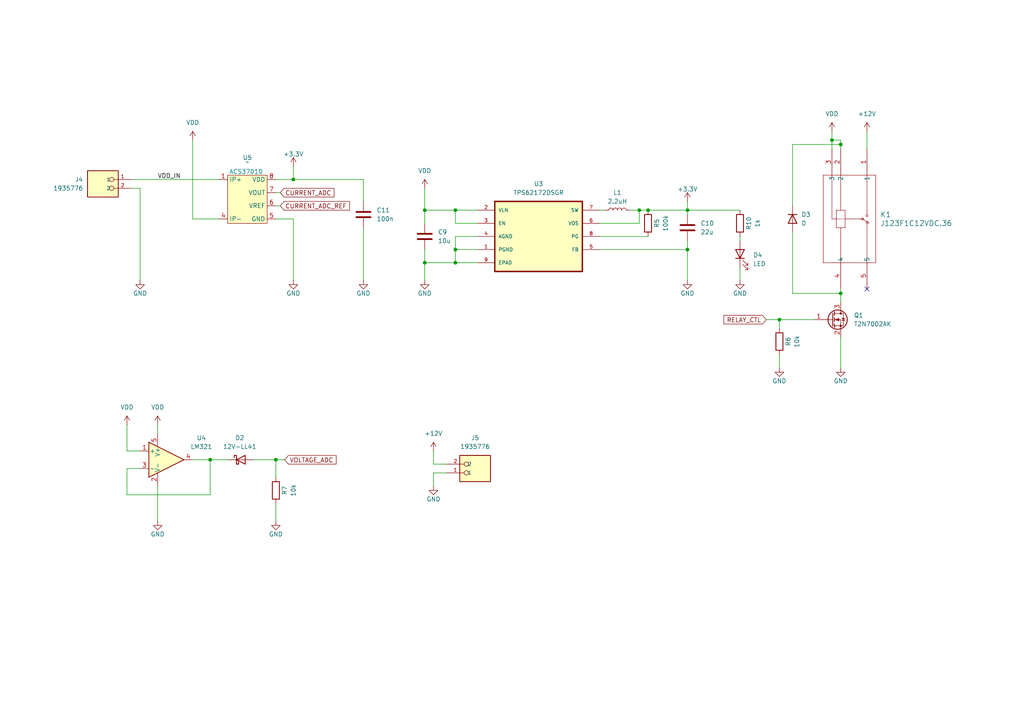
<source format=kicad_sch>
(kicad_sch (version 20231120) (generator "eeschema") (generator_version "8.0")
  (paper "A4")
  (lib_symbols
    (symbol "1935776:1935776" (pin_names (offset 1.016))
      (property "Reference" "J" (at -2.54 3.302 0))
      (property "Value" "1935776" (at -2.54 -7.62 0))
      (symbol "1935776_0_0"
        (rectangle (start -3.81 -5.08) (end 5.08 2.54) (stroke (width 0.254)) (fill (type background)))
        (circle (center -1.905 -2.54) (radius 0.635) (stroke (width 0.1524)))
        (circle (center -1.905 0) (radius 0.635) (stroke (width 0.1524)))
        (pin passive line (at -7.62 0 0) (length 5.08) (name "1") (number "1"))
        (pin passive line (at -7.62 -2.54 0) (length 5.08) (name "2") (number "2"))
      )
    )
    (symbol "Amplifier_Operational:LM321" (pin_names (offset 0.127))
      (property "Reference" "U" (at 0 7.62 0))
      (property "Value" "LM321" (at 0 5.08 0))
      (symbol "LM321_0_1"
        (polyline (pts (xy -5.08 5.08) (xy 5.08 0) (xy -5.08 -5.08) (xy -5.08 5.08)) (stroke (width 0.254)) (fill (type background)))
      )
      (symbol "LM321_1_1"
        (pin input line (at -7.62 2.54 0) (length 2.54) (name "+") (number "1"))
        (pin power_in line (at -2.54 -7.62 90) (length 3.81) (name "V-") (number "2"))
        (pin input line (at -7.62 -2.54 0) (length 2.54) (name "-") (number "3"))
        (pin output line (at 7.62 0 180) (length 2.54) (name "~") (number "4"))
        (pin power_in line (at -2.54 7.62 270) (length 3.81) (name "V+") (number "5"))
      )
    )
    (symbol "Device:C" (pin_numbers hide) (pin_names (offset 0.254))
      (property "Reference" "C" (at 0.635 2.54 0))
      (property "Value" "C" (at 0.635 -2.54 0))
      (symbol "C_0_1"
        (polyline (pts (xy -2.032 -0.762) (xy 2.032 -0.762)) (stroke (width 0.508)))
        (polyline (pts (xy -2.032 0.762) (xy 2.032 0.762)) (stroke (width 0.508)))
      )
      (symbol "C_1_1"
        (pin passive line (at 0 3.81 270) (length 2.794) (name "~") (number "1"))
        (pin passive line (at 0 -3.81 90) (length 2.794) (name "~") (number "2"))
      )
    )
    (symbol "Device:D" (pin_numbers hide) (pin_names (offset 1.016) hide)
      (property "Reference" "D" (at 0 2.54 0))
      (property "Value" "D" (at 0 -2.54 0))
      (symbol "D_0_1"
        (polyline (pts (xy -1.27 1.27) (xy -1.27 -1.27)) (stroke (width 0.254)))
        (polyline (pts (xy 1.27 0) (xy -1.27 0)))
        (polyline (pts (xy 1.27 1.27) (xy 1.27 -1.27) (xy -1.27 0) (xy 1.27 1.27)) (stroke (width 0.254)))
      )
      (symbol "D_1_1"
        (pin passive line (at -3.81 0 0) (length 2.54) (name "K") (number "1"))
        (pin passive line (at 3.81 0 180) (length 2.54) (name "A") (number "2"))
      )
    )
    (symbol "Device:L" (pin_numbers hide) (pin_names (offset 1.016) hide)
      (property "Reference" "L" (at -1.27 0 90))
      (property "Value" "L" (at 1.905 0 90))
      (symbol "L_0_1"
        (arc (start 0 -2.54) (mid 0.6323 -1.905) (end 0 -1.27))
        (arc (start 0 -1.27) (mid 0.6323 -0.635) (end 0 0))
        (arc (start 0 0) (mid 0.6323 0.635) (end 0 1.27))
        (arc (start 0 1.27) (mid 0.6323 1.905) (end 0 2.54))
      )
      (symbol "L_1_1"
        (pin passive line (at 0 3.81 270) (length 1.27) (name "1") (number "1"))
        (pin passive line (at 0 -3.81 90) (length 1.27) (name "2") (number "2"))
      )
    )
    (symbol "Device:LED" (pin_numbers hide) (pin_names (offset 1.016) hide)
      (property "Reference" "D" (at 0 2.54 0))
      (property "Value" "LED" (at 0 -2.54 0))
      (symbol "LED_0_1"
        (polyline (pts (xy -1.27 -1.27) (xy -1.27 1.27)) (stroke (width 0.254)))
        (polyline (pts (xy -1.27 0) (xy 1.27 0)))
        (polyline (pts (xy 1.27 -1.27) (xy 1.27 1.27) (xy -1.27 0) (xy 1.27 -1.27)) (stroke (width 0.254)))
        (polyline (pts (xy -3.048 -0.762) (xy -4.572 -2.286) (xy -3.81 -2.286) (xy -4.572 -2.286) (xy -4.572 -1.524)))
        (polyline (pts (xy -1.778 -0.762) (xy -3.302 -2.286) (xy -2.54 -2.286) (xy -3.302 -2.286) (xy -3.302 -1.524)))
      )
      (symbol "LED_1_1"
        (pin passive line (at -3.81 0 0) (length 2.54) (name "K") (number "1"))
        (pin passive line (at 3.81 0 180) (length 2.54) (name "A") (number "2"))
      )
    )
    (symbol "Device:R" (pin_numbers hide) (pin_names (offset 0))
      (property "Reference" "R" (at 2.032 0 90))
      (property "Value" "R" (at 0 0 90))
      (symbol "R_0_1"
        (rectangle (start -1.016 -2.54) (end 1.016 2.54) (stroke (width 0.254)))
      )
      (symbol "R_1_1"
        (pin passive line (at 0 3.81 270) (length 1.27) (name "~") (number "1"))
        (pin passive line (at 0 -3.81 90) (length 1.27) (name "~") (number "2"))
      )
    )
    (symbol "Diode:LL41" (pin_numbers hide) (pin_names (offset 1.016) hide)
      (property "Reference" "D" (at 0 2.54 0))
      (property "Value" "LL41" (at 0 -2.54 0))
      (symbol "LL41_0_1"
        (polyline (pts (xy 1.27 0) (xy -1.27 0)))
        (polyline (pts (xy 1.27 1.27) (xy 1.27 -1.27) (xy -1.27 0) (xy 1.27 1.27)) (stroke (width 0.254)))
        (polyline (pts (xy -1.905 0.635) (xy -1.905 1.27) (xy -1.27 1.27) (xy -1.27 -1.27) (xy -0.635 -1.27) (xy -0.635 -0.635)) (stroke (width 0.254)))
      )
      (symbol "LL41_1_1"
        (pin passive line (at -3.81 0 0) (length 2.54) (name "K") (number "1"))
        (pin passive line (at 3.81 0 180) (length 2.54) (name "A") (number "2"))
      )
    )
    (symbol "J123F1C12VDC:J123F1C12VDC.36" (pin_names (offset 0.254))
      (property "Reference" "K" (at 20.32 7.62 0))
      (property "Value" "J123F1C12VDC.36" (at 20.32 5.08 0))
      (symbol "J123F1C12VDC.36_0_1"
        (polyline (pts (xy 7.62 -12.7) (xy 33.02 -12.7)) (stroke (width 0.127)))
        (polyline (pts (xy 7.62 -10.16) (xy 20.32 -10.16)) (stroke (width 0.127)))
        (polyline (pts (xy 7.62 -7.62) (xy 17.78 -7.62)) (stroke (width 0.127)))
        (polyline (pts (xy 7.62 0) (xy 17.78 0)) (stroke (width 0.127)))
        (polyline (pts (xy 7.62 2.54) (xy 7.62 -12.7)) (stroke (width 0.127)))
        (polyline (pts (xy 17.78 -8.89) (xy 22.86 -8.89)) (stroke (width 0.127)))
        (polyline (pts (xy 17.78 -6.35) (xy 17.78 -8.89)) (stroke (width 0.127)))
        (polyline (pts (xy 17.78 0) (xy 19.05 0)) (stroke (width 0.127)))
        (polyline (pts (xy 20.32 -8.89) (xy 20.32 -10.16)) (stroke (width 0.127)))
        (polyline (pts (xy 20.32 -8.5725) (xy 20.32 -8.89)) (stroke (width 0.127)))
        (polyline (pts (xy 20.32 -7.9375) (xy 20.32 -8.255)) (stroke (width 0.127)))
        (polyline (pts (xy 20.32 -7.3025) (xy 20.32 -7.62)) (stroke (width 0.127)))
        (polyline (pts (xy 20.32 -6.6675) (xy 20.32 -6.985)) (stroke (width 0.127)))
        (polyline (pts (xy 20.32 -6.35) (xy 20.32 -1.27)) (stroke (width 0.127)))
        (polyline (pts (xy 20.32 -1.27) (xy 21.59 0.635)) (stroke (width 0.127)))
        (polyline (pts (xy 21.59 0) (xy 22.86 0)) (stroke (width 0.127)))
        (polyline (pts (xy 22.86 -8.89) (xy 22.86 -6.35)) (stroke (width 0.127)))
        (polyline (pts (xy 22.86 -7.62) (xy 33.02 -7.62)) (stroke (width 0.127)))
        (polyline (pts (xy 22.86 -6.35) (xy 17.78 -6.35)) (stroke (width 0.127)))
        (polyline (pts (xy 22.86 0) (xy 33.02 0)) (stroke (width 0.127)))
        (polyline (pts (xy 33.02 -12.7) (xy 33.02 2.54)) (stroke (width 0.127)))
        (polyline (pts (xy 33.02 2.54) (xy 7.62 2.54)) (stroke (width 0.127)))
        (circle (center 19.3675 0) (radius 0.3048) (stroke (width 0.127)))
        (circle (center 20.32 -1.27) (radius 0.3048) (stroke (width 0.127)))
        (circle (center 21.2725 0) (radius 0.3048) (stroke (width 0.127)))
        (arc (start 21.5773 0) (mid 21.488 0.2155) (end 21.2725 0.3048) (stroke (width 0.127)))
        (pin unspecified line (at 0 0 0) (length 7.62) (name "1") (number "1"))
        (pin unspecified line (at 0 -7.62 0) (length 7.62) (name "2") (number "2"))
        (pin unspecified line (at 0 -10.16 0) (length 7.62) (name "3") (number "3"))
        (pin unspecified line (at 40.64 -7.62 180) (length 7.62) (name "4") (number "4"))
        (pin unspecified line (at 40.64 0 180) (length 7.62) (name "5") (number "5"))
      )
    )
    (symbol "TPS62172DSGR:TPS62172DSGR" (pin_names (offset 1.016))
      (property "Reference" "U3" (at 0 25.4 0))
      (property "Value" "TPS62172DSGR" (at 0 22.86 0))
      (symbol "TPS62172DSGR_0_0"
        (rectangle (start -12.7 20.32) (end 12.7 0) (stroke (width 0.41)) (fill (type background)))
        (pin power_in line (at -17.78 6.35 0) (length 5.08) (name "PGND") (number "1"))
        (pin bidirectional line (at -17.78 17.78 0) (length 5.08) (name "VLN") (number "2"))
        (pin bidirectional line (at -17.78 13.97 0) (length 5.08) (name "EN") (number "3"))
        (pin power_in line (at -17.78 10.16 0) (length 5.08) (name "AGND") (number "4"))
        (pin bidirectional line (at 17.78 6.35 180) (length 5.08) (name "FB") (number "5"))
        (pin bidirectional line (at 17.78 13.97 180) (length 5.08) (name "VOS") (number "6"))
        (pin bidirectional line (at 17.78 17.78 180) (length 5.08) (name "SW") (number "7"))
        (pin bidirectional line (at 17.78 10.16 180) (length 5.08) (name "PG") (number "8"))
        (pin power_in line (at -17.78 2.54 0) (length 5.08) (name "EPAD") (number "9"))
      )
    )
    (symbol "Transistor_FET:T2N7002AK" (pin_names hide)
      (property "Reference" "Q" (at 5.08 1.905 0))
      (property "Value" "T2N7002AK" (at 5.08 0 0))
      (symbol "T2N7002AK_0_1"
        (polyline (pts (xy 0.254 0) (xy -2.54 0)))
        (polyline (pts (xy 0.254 1.905) (xy 0.254 -1.905)) (stroke (width 0.254)))
        (polyline (pts (xy 0.762 -1.27) (xy 0.762 -2.286)) (stroke (width 0.254)))
        (polyline (pts (xy 0.762 0.508) (xy 0.762 -0.508)) (stroke (width 0.254)))
        (polyline (pts (xy 0.762 2.286) (xy 0.762 1.27)) (stroke (width 0.254)))
        (polyline (pts (xy 2.54 2.54) (xy 2.54 1.778)))
        (polyline (pts (xy 2.54 -2.54) (xy 2.54 0) (xy 0.762 0)))
        (polyline (pts (xy 0.762 -1.778) (xy 3.302 -1.778) (xy 3.302 1.778) (xy 0.762 1.778)))
        (polyline (pts (xy 1.016 0) (xy 2.032 0.381) (xy 2.032 -0.381) (xy 1.016 0)) (fill (type outline)))
        (polyline (pts (xy 2.794 0.508) (xy 2.921 0.381) (xy 3.683 0.381) (xy 3.81 0.254)))
        (polyline (pts (xy 3.302 0.381) (xy 2.921 -0.254) (xy 3.683 -0.254) (xy 3.302 0.381)))
        (circle (center 1.651 0) (radius 2.794) (stroke (width 0.254)))
        (circle (center 2.54 -1.778) (radius 0.254) (fill (type outline)))
        (circle (center 2.54 1.778) (radius 0.254) (fill (type outline)))
      )
      (symbol "T2N7002AK_1_1"
        (pin input line (at -5.08 0 0) (length 2.54) (name "G") (number "1"))
        (pin passive line (at 2.54 -5.08 90) (length 2.54) (name "S") (number "2"))
        (pin passive line (at 2.54 5.08 270) (length 2.54) (name "D") (number "3"))
      )
    )
    (symbol "current_sens:ACS37010"
      (property "Reference" "U" (at -4.318 9.398 0))
      (symbol "ACS37010_1_1"
        (rectangle (start -5.08 6.35) (end 6.35 -7.62) (fill (type background)))
        (text "ACS37010" (at 0.254 7.366 0) (effects (font (size 1.27 1.27))))
        (pin bidirectional line (at -7.62 5.08 0) (length 2.54) (name "IP+") (number "1"))
        (pin bidirectional line (at -7.62 -6.35 0) (length 2.54) (name "IP-") (number "4"))
        (pin power_in line (at 8.89 -6.35 180) (length 2.54) (name "GND") (number "5"))
        (pin output line (at 8.89 -2.54 180) (length 2.54) (name "VREF") (number "6"))
        (pin output line (at 8.89 1.27 180) (length 2.54) (name "VOUT") (number "7"))
        (pin power_in line (at 8.89 5.08 180) (length 2.54) (name "VDD") (number "8"))
      )
    )
    (symbol "power:+12V" (power) (pin_numbers hide) (pin_names (offset 0) hide)
      (property "Value" "+12V" (at 0 3.556 0))
      (symbol "+12V_0_1"
        (polyline (pts (xy -0.762 1.27) (xy 0 2.54)))
        (polyline (pts (xy 0 0) (xy 0 2.54)))
        (polyline (pts (xy 0 2.54) (xy 0.762 1.27)))
      )
      (symbol "+12V_1_1"
        (pin power_in line (at 0 0 90) (length 0) (name "~") (number "1"))
      )
    )
    (symbol "power:+3.3V" (power) (pin_numbers hide) (pin_names (offset 0) hide)
      (property "Value" "+3.3V" (at 0 3.556 0))
      (symbol "+3.3V_0_1"
        (polyline (pts (xy -0.762 1.27) (xy 0 2.54)))
        (polyline (pts (xy 0 0) (xy 0 2.54)))
        (polyline (pts (xy 0 2.54) (xy 0.762 1.27)))
      )
      (symbol "+3.3V_1_1"
        (pin power_in line (at 0 0 90) (length 0) (name "~") (number "1"))
      )
    )
    (symbol "power:GND" (power) (pin_numbers hide) (pin_names (offset 0) hide)
      (property "Value" "GND" (at 0 -3.81 0))
      (symbol "GND_0_1"
        (polyline (pts (xy 0 0) (xy 0 -1.27) (xy 1.27 -1.27) (xy 0 -2.54) (xy -1.27 -1.27) (xy 0 -1.27)))
      )
      (symbol "GND_1_1"
        (pin power_in line (at 0 0 270) (length 0) (name "~") (number "1"))
      )
    )
    (symbol "power:VDD" (power) (pin_numbers hide) (pin_names (offset 0) hide)
      (property "Value" "VDD" (at 0 3.556 0))
      (symbol "VDD_0_1"
        (polyline (pts (xy -0.762 1.27) (xy 0 2.54)))
        (polyline (pts (xy 0 0) (xy 0 2.54)))
        (polyline (pts (xy 0 2.54) (xy 0.762 1.27)))
      )
      (symbol "VDD_1_1"
        (pin power_in line (at 0 0 90) (length 0) (name "~") (number "1"))
      )
    )
  )
  (junction (at 187.96 60.96))
  (junction (at 243.84 85.09))
  (junction (at 226.06 92.71))
  (junction (at 241.3 40.64))
  (junction (at 199.39 72.39))
  (junction (at 132.08 76.2))
  (junction (at 185.42 60.96))
  (junction (at 60.96 133.35))
  (junction (at 132.08 60.96))
  (junction (at 123.19 76.2))
  (junction (at 132.08 72.39))
  (junction (at 123.19 60.96))
  (junction (at 85.09 52.07))
  (junction (at 199.39 60.96))
  (junction (at 80.01 133.35))
  (junction (at 243.84 41.91))
  (no_connect (at 251.46 83.82))
  (wire (pts (xy 36.83 135.89) (xy 36.83 143.51)))
  (wire (pts (xy 243.84 41.91) (xy 243.84 40.64)))
  (wire (pts (xy 123.19 60.96) (xy 132.08 60.96)))
  (wire (pts (xy 243.84 106.68) (xy 243.84 97.79)))
  (wire (pts (xy 81.28 55.88) (xy 80.01 55.88)))
  (wire (pts (xy 81.28 59.69) (xy 80.01 59.69)))
  (wire (pts (xy 199.39 72.39) (xy 199.39 81.28)))
  (wire (pts (xy 214.63 68.58) (xy 214.63 69.85)))
  (wire (pts (xy 80.01 133.35) (xy 73.66 133.35)))
  (wire (pts (xy 60.96 143.51) (xy 60.96 133.35)))
  (wire (pts (xy 226.06 92.71) (xy 226.06 95.25)))
  (wire (pts (xy 243.84 43.18) (xy 243.84 41.91)))
  (wire (pts (xy 187.96 60.96) (xy 199.39 60.96)))
  (wire (pts (xy 125.73 134.62) (xy 125.73 130.81)))
  (wire (pts (xy 229.87 59.69) (xy 229.87 41.91)))
  (wire (pts (xy 123.19 76.2) (xy 123.19 81.28)))
  (wire (pts (xy 40.64 135.89) (xy 36.83 135.89)))
  (wire (pts (xy 85.09 81.28) (xy 85.09 63.5)))
  (wire (pts (xy 85.09 52.07) (xy 85.09 48.26)))
  (wire (pts (xy 85.09 63.5) (xy 80.01 63.5)))
  (wire (pts (xy 132.08 60.96) (xy 138.43 60.96)))
  (wire (pts (xy 85.09 52.07) (xy 105.41 52.07)))
  (wire (pts (xy 199.39 62.23) (xy 199.39 60.96)))
  (wire (pts (xy 138.43 76.2) (xy 132.08 76.2)))
  (wire (pts (xy 123.19 60.96) (xy 123.19 64.77)))
  (wire (pts (xy 40.64 54.61) (xy 38.1 54.61)))
  (wire (pts (xy 243.84 85.09) (xy 243.84 87.63)))
  (wire (pts (xy 80.01 146.05) (xy 80.01 151.13)))
  (wire (pts (xy 199.39 60.96) (xy 214.63 60.96)))
  (wire (pts (xy 36.83 143.51) (xy 60.96 143.51)))
  (wire (pts (xy 222.25 92.71) (xy 226.06 92.71)))
  (wire (pts (xy 123.19 72.39) (xy 123.19 76.2)))
  (wire (pts (xy 226.06 92.71) (xy 236.22 92.71)))
  (wire (pts (xy 226.06 106.68) (xy 226.06 102.87)))
  (wire (pts (xy 138.43 64.77) (xy 132.08 64.77)))
  (wire (pts (xy 214.63 81.28) (xy 214.63 77.47)))
  (wire (pts (xy 80.01 133.35) (xy 82.55 133.35)))
  (wire (pts (xy 45.72 123.19) (xy 45.72 125.73)))
  (wire (pts (xy 138.43 68.58) (xy 132.08 68.58)))
  (wire (pts (xy 63.5 63.5) (xy 55.88 63.5)))
  (wire (pts (xy 38.1 52.07) (xy 63.5 52.07)))
  (wire (pts (xy 199.39 72.39) (xy 199.39 69.85)))
  (wire (pts (xy 132.08 72.39) (xy 132.08 76.2)))
  (wire (pts (xy 229.87 41.91) (xy 243.84 41.91)))
  (wire (pts (xy 40.64 130.81) (xy 36.83 130.81)))
  (wire (pts (xy 129.54 134.62) (xy 125.73 134.62)))
  (wire (pts (xy 125.73 140.97) (xy 125.73 137.16)))
  (wire (pts (xy 55.88 63.5) (xy 55.88 40.64)))
  (wire (pts (xy 105.41 81.28) (xy 105.41 66.04)))
  (wire (pts (xy 173.99 64.77) (xy 185.42 64.77)))
  (wire (pts (xy 243.84 83.82) (xy 243.84 85.09)))
  (wire (pts (xy 45.72 140.97) (xy 45.72 151.13)))
  (wire (pts (xy 105.41 58.42) (xy 105.41 52.07)))
  (wire (pts (xy 185.42 60.96) (xy 182.88 60.96)))
  (wire (pts (xy 36.83 130.81) (xy 36.83 123.19)))
  (wire (pts (xy 185.42 64.77) (xy 185.42 60.96)))
  (wire (pts (xy 185.42 60.96) (xy 187.96 60.96)))
  (wire (pts (xy 132.08 68.58) (xy 132.08 72.39)))
  (wire (pts (xy 132.08 64.77) (xy 132.08 60.96)))
  (wire (pts (xy 241.3 38.1) (xy 241.3 40.64)))
  (wire (pts (xy 243.84 40.64) (xy 241.3 40.64)))
  (wire (pts (xy 229.87 85.09) (xy 243.84 85.09)))
  (wire (pts (xy 138.43 72.39) (xy 132.08 72.39)))
  (wire (pts (xy 132.08 76.2) (xy 123.19 76.2)))
  (wire (pts (xy 241.3 40.64) (xy 241.3 43.18)))
  (wire (pts (xy 173.99 72.39) (xy 199.39 72.39)))
  (wire (pts (xy 55.88 133.35) (xy 60.96 133.35)))
  (wire (pts (xy 40.64 54.61) (xy 40.64 81.28)))
  (wire (pts (xy 173.99 68.58) (xy 187.96 68.58)))
  (wire (pts (xy 80.01 52.07) (xy 85.09 52.07)))
  (wire (pts (xy 173.99 60.96) (xy 175.26 60.96)))
  (wire (pts (xy 251.46 38.1) (xy 251.46 43.18)))
  (wire (pts (xy 199.39 58.42) (xy 199.39 60.96)))
  (wire (pts (xy 80.01 133.35) (xy 80.01 138.43)))
  (wire (pts (xy 125.73 137.16) (xy 129.54 137.16)))
  (wire (pts (xy 229.87 67.31) (xy 229.87 85.09)))
  (wire (pts (xy 60.96 133.35) (xy 66.04 133.35)))
  (wire (pts (xy 123.19 54.61) (xy 123.19 60.96)))
  (label "VDD_IN" (at 45.72 52.07 0))
  (global_label "RELAY_CTL" (shape input) (at 222.25 92.71 180) (property "Intersheetrefs" "${INTERSHEET_REFS}" (effects (hide yes))))
  (global_label "CURRENT_ADC_REF" (shape input) (at 81.28 59.69 0) (property "Intersheetrefs" "${INTERSHEET_REFS}" (effects (hide yes))))
  (global_label "CURRENT_ADC" (shape input) (at 81.28 55.88 0) (property "Intersheetrefs" "${INTERSHEET_REFS}" (effects (hide yes))))
  (global_label "VOLTAGE_ADC" (shape input) (at 82.55 133.35 0) (property "Intersheetrefs" "${INTERSHEET_REFS}" (effects (hide yes))))
  (symbol (lib_id "Device:L") (at 179.07 60.96 90) (unit 1)
    (property "Reference" "L1" (at 179.07 55.88 90))
    (property "Value" "2.2uH" (at 179.07 58.42 90))
    (property "Footprint" "Inductor_SMD:L_0805_2012Metric" (effects (hide yes)))
    (property "Description" "Inductor" (effects (hide yes)))
  )
  (symbol (lib_id "Diode:LL41") (at 69.85 133.35 0) (unit 1)
    (property "Reference" "D2" (at 69.5325 127 0))
    (property "Value" "12V-LL41" (at 69.5325 129.54 0))
    (property "Footprint" "Diode_SMD:D_MiniMELF" (effects (hide yes)))
    (property "Datasheet" "http://www.vishay.com/docs/85659/bat41.pdf" (effects (hide yes)))
    (property "Description" "100V 0.1A Small Signal Schottky diode, MiniMELF" (effects (hide yes)))
  )
  (symbol (lib_id "power:VDD") (at 55.88 40.64 0) (mirror y) (unit 1)
    (property "Reference" "#PWR020" (effects (hide yes)))
    (property "Value" "VDD" (at 55.88 35.56 0))
    (property "Description" "Power symbol creates a global label with name \"VDD\"" (effects (hide yes)))
  )
  (symbol (lib_id "Device:R") (at 187.96 64.77 180) (unit 1)
    (property "Reference" "R5" (at 190.5 64.77 90))
    (property "Value" "100k" (at 193.04 64.77 90))
    (property "Footprint" "Resistor_SMD:R_0603_1608Metric_Pad0.98x0.95mm_HandSolder" (effects (hide yes)))
    (property "Description" "Resistor" (effects (hide yes)))
  )
  (symbol (lib_id "Device:R") (at 80.01 142.24 180) (unit 1)
    (property "Reference" "R7" (at 82.55 142.24 90))
    (property "Value" "10k" (at 85.09 142.24 90))
    (property "Footprint" "Resistor_SMD:R_0603_1608Metric_Pad0.98x0.95mm_HandSolder" (effects (hide yes)))
    (property "Description" "Resistor" (effects (hide yes)))
  )
  (symbol (lib_id "power:GND") (at 123.19 81.28 0) (unit 1)
    (property "Reference" "#PWR021" (effects (hide yes)))
    (property "Value" "GND" (at 123.19 85.09 0))
    (property "Description" "Power symbol creates a global label with name \"GND\" , ground" (effects (hide yes)))
  )
  (symbol (lib_id "1935776:1935776") (at 30.48 52.07 0) (mirror y) (unit 1)
    (property "Reference" "J4" (at 24.13 52.0699 0) (effects (justify left)))
    (property "Value" "1935776" (at 24.13 54.6099 0) (effects (justify left)))
    (property "Footprint" "1935776:PHOENIX_1935776" (effects (hide yes)))
    (property "PARTREV" "19.10.2016" (effects (hide yes)))
    (property "STANDARD" "Manufacturer Recommendations" (effects (hide yes)))
    (property "MAXIMUM_PACKAGE_HEIGHT" "13.65mm" (effects (hide yes)))
    (property "MANUFACTURER" "Phoenix Contact" (effects (hide yes)))
  )
  (symbol (lib_id "power:VDD") (at 241.3 38.1 0) (unit 1)
    (property "Reference" "#PWR018" (effects (hide yes)))
    (property "Value" "VDD" (at 241.3 33.02 0))
    (property "Description" "Power symbol creates a global label with name \"VDD\"" (effects (hide yes)))
  )
  (symbol (lib_id "power:VDD") (at 45.72 123.19 0) (mirror y) (unit 1)
    (property "Reference" "#PWR028" (effects (hide yes)))
    (property "Value" "VDD" (at 45.72 118.11 0))
    (property "Description" "Power symbol creates a global label with name \"VDD\"" (effects (hide yes)))
  )
  (symbol (lib_id "power:VDD") (at 123.19 54.61 0) (unit 1)
    (property "Reference" "#PWR025" (effects (hide yes)))
    (property "Value" "VDD" (at 123.19 49.53 0))
    (property "Description" "Power symbol creates a global label with name \"VDD\"" (effects (hide yes)))
  )
  (symbol (lib_id "power:GND") (at 243.84 106.68 0) (unit 1)
    (property "Reference" "#PWR027" (effects (hide yes)))
    (property "Value" "GND" (at 243.84 110.49 0))
    (property "Description" "Power symbol creates a global label with name \"GND\" , ground" (effects (hide yes)))
  )
  (symbol (lib_id "1935776:1935776") (at 137.16 137.16 0) (mirror x) (unit 1)
    (property "Reference" "J5" (at 137.795 127 0))
    (property "Value" "1935776" (at 137.795 129.54 0))
    (property "Footprint" "1935776:PHOENIX_1935776" (effects (hide yes)))
    (property "PARTREV" "19.10.2016" (effects (hide yes)))
    (property "STANDARD" "Manufacturer Recommendations" (effects (hide yes)))
    (property "MAXIMUM_PACKAGE_HEIGHT" "13.65mm" (effects (hide yes)))
    (property "MANUFACTURER" "Phoenix Contact" (effects (hide yes)))
  )
  (symbol (lib_id "power:GND") (at 40.64 81.28 0) (mirror y) (unit 1)
    (property "Reference" "#PWR019" (effects (hide yes)))
    (property "Value" "GND" (at 40.64 85.09 0))
    (property "Description" "Power symbol creates a global label with name \"GND\" , ground" (effects (hide yes)))
  )
  (symbol (lib_id "Amplifier_Operational:LM321") (at 48.26 133.35 0) (unit 1)
    (property "Reference" "U4" (at 58.42 127.0314 0))
    (property "Value" "LM321" (at 58.42 129.5714 0))
    (property "Footprint" "Package_TO_SOT_SMD:SOT-23-5" (effects (hide yes)))
    (property "Datasheet" "http://www.ti.com/lit/ds/symlink/lm321.pdf" (effects (hide yes)))
    (property "Description" "Low Power Single Operational Amplifier, SOT-23-5" (effects (hide yes)))
  )
  (symbol (lib_id "Device:LED") (at 214.63 73.66 90) (unit 1)
    (property "Reference" "D4" (at 218.44 73.9774 90) (effects (justify right)))
    (property "Value" "LED" (at 218.44 76.5174 90) (effects (justify right)))
    (property "Footprint" "LED_SMD:LED_0603_1608Metric" (effects (hide yes)))
    (property "Description" "Light emitting diode" (effects (hide yes)))
  )
  (symbol (lib_id "Device:C") (at 123.19 68.58 0) (unit 1)
    (property "Reference" "C9" (at 127 67.3099 0) (effects (justify left)))
    (property "Value" "10u" (at 127 69.8499 0) (effects (justify left)))
    (property "Footprint" "Capacitor_SMD:C_0603_1608Metric_Pad1.08x0.95mm_HandSolder" (effects (hide yes)))
    (property "Description" "Unpolarized capacitor" (effects (hide yes)))
  )
  (symbol (lib_id "Device:C") (at 105.41 62.23 0) (unit 1)
    (property "Reference" "C11" (at 109.22 60.9599 0) (effects (justify left)))
    (property "Value" "100n" (at 109.22 63.4999 0) (effects (justify left)))
    (property "Footprint" "Capacitor_SMD:C_0603_1608Metric_Pad1.08x0.95mm_HandSolder" (effects (hide yes)))
    (property "Description" "Unpolarized capacitor" (effects (hide yes)))
  )
  (symbol (lib_id "Device:D") (at 229.87 63.5 270) (unit 1)
    (property "Reference" "D3" (at 232.41 62.2299 90) (effects (justify left)))
    (property "Value" "D" (at 232.41 64.7699 90) (effects (justify left)))
    (property "Footprint" "Diode_SMD:D_SMA" (effects (hide yes)))
    (property "Description" "Diode" (effects (hide yes)))
    (property "Sim.Device" "D" (effects (hide yes)))
    (property "Sim.Pins" "1=K 2=A" (effects (hide yes)))
  )
  (symbol (lib_id "Device:R") (at 214.63 64.77 180) (unit 1)
    (property "Reference" "R10" (at 217.17 64.77 90))
    (property "Value" "1k" (at 219.71 64.77 90))
    (property "Footprint" "Resistor_SMD:R_0603_1608Metric_Pad0.98x0.95mm_HandSolder" (effects (hide yes)))
    (property "Description" "Resistor" (effects (hide yes)))
  )
  (symbol (lib_id "power:+12V") (at 251.46 38.1 0) (unit 1)
    (property "Reference" "#PWR024" (effects (hide yes)))
    (property "Value" "+12V" (at 251.46 33.02 0))
    (property "Description" "Power symbol creates a global label with name \"+12V\"" (effects (hide yes)))
  )
  (symbol (lib_id "J123F1C12VDC:J123F1C12VDC.36") (at 251.46 43.18 270) (unit 1)
    (property "Reference" "K1" (at 255.27 62.2299 90) (effects (font (size 1.524 1.524)) (justify left)))
    (property "Value" "J123F1C12VDC.36" (at 255.27 64.7699 90) (effects (font (size 1.524 1.524)) (justify left)))
    (property "Footprint" "J123F1C12VDC:RELAY5_J123F1C5VDC.36_CRS" (effects (hide yes)))
    (property "Datasheet" "J123F1C12VDC.36" (effects (hide yes)))
  )
  (symbol (lib_id "Device:C") (at 199.39 66.04 0) (unit 1)
    (property "Reference" "C10" (at 203.2 64.7699 0) (effects (justify left)))
    (property "Value" "22u" (at 203.2 67.3099 0) (effects (justify left)))
    (property "Footprint" "Capacitor_SMD:C_0603_1608Metric_Pad1.08x0.95mm_HandSolder" (effects (hide yes)))
    (property "Description" "Unpolarized capacitor" (effects (hide yes)))
  )
  (symbol (lib_id "power:GND") (at 85.09 81.28 0) (unit 1)
    (property "Reference" "#PWR033" (effects (hide yes)))
    (property "Value" "GND" (at 85.09 85.09 0))
    (property "Description" "Power symbol creates a global label with name \"GND\" , ground" (effects (hide yes)))
  )
  (symbol (lib_id "power:+12V") (at 125.73 130.81 0) (unit 1)
    (property "Reference" "#PWR035" (effects (hide yes)))
    (property "Value" "+12V" (at 125.73 125.73 0))
    (property "Description" "Power symbol creates a global label with name \"+12V\"" (effects (hide yes)))
  )
  (symbol (lib_id "power:GND") (at 214.63 81.28 0) (unit 1)
    (property "Reference" "#PWR043" (effects (hide yes)))
    (property "Value" "GND" (at 214.63 85.09 0))
    (property "Description" "Power symbol creates a global label with name \"GND\" , ground" (effects (hide yes)))
  )
  (symbol (lib_id "Transistor_FET:T2N7002AK") (at 241.3 92.71 0) (unit 1)
    (property "Reference" "Q1" (at 247.65 91.4399 0) (effects (justify left)))
    (property "Value" "T2N7002AK" (at 247.65 93.9799 0) (effects (justify left)))
    (property "Footprint" "Package_TO_SOT_SMD:SOT-23" (effects (hide yes)))
    (property "Datasheet" "https://toshiba.semicon-storage.com/info/docget.jsp?did=29712&prodName=T2N7002AK" (effects (hide yes)))
    (property "Description" "60V Vds, 0.2A Id, N-Channel MOSFET, SOT-23" (effects (hide yes)))
  )
  (symbol (lib_id "power:+3.3V") (at 85.09 48.26 0) (unit 1)
    (property "Reference" "#PWR032" (effects (hide yes)))
    (property "Value" "+3.3V" (at 85.09 44.704 0))
    (property "Description" "Power symbol creates a global label with name \"+3.3V\"" (effects (hide yes)))
  )
  (symbol (lib_id "power:VDD") (at 36.83 123.19 0) (mirror y) (unit 1)
    (property "Reference" "#PWR031" (effects (hide yes)))
    (property "Value" "VDD" (at 36.83 118.11 0))
    (property "Description" "Power symbol creates a global label with name \"VDD\"" (effects (hide yes)))
  )
  (symbol (lib_id "power:GND") (at 80.01 151.13 0) (unit 1)
    (property "Reference" "#PWR030" (effects (hide yes)))
    (property "Value" "GND" (at 80.01 154.94 0))
    (property "Description" "Power symbol creates a global label with name \"GND\" , ground" (effects (hide yes)))
  )
  (symbol (lib_id "power:GND") (at 45.72 151.13 0) (unit 1)
    (property "Reference" "#PWR029" (effects (hide yes)))
    (property "Value" "GND" (at 45.72 154.94 0))
    (property "Description" "Power symbol creates a global label with name \"GND\" , ground" (effects (hide yes)))
  )
  (symbol (lib_id "power:GND") (at 125.73 140.97 0) (unit 1)
    (property "Reference" "#PWR036" (effects (hide yes)))
    (property "Value" "GND" (at 125.73 144.78 0))
    (property "Description" "Power symbol creates a global label with name \"GND\" , ground" (effects (hide yes)))
  )
  (symbol (lib_id "power:GND") (at 105.41 81.28 0) (unit 1)
    (property "Reference" "#PWR034" (effects (hide yes)))
    (property "Value" "GND" (at 105.41 85.09 0))
    (property "Description" "Power symbol creates a global label with name \"GND\" , ground" (effects (hide yes)))
  )
  (symbol (lib_id "power:GND") (at 199.39 81.28 0) (unit 1)
    (property "Reference" "#PWR023" (effects (hide yes)))
    (property "Value" "GND" (at 199.39 85.09 0))
    (property "Description" "Power symbol creates a global label with name \"GND\" , ground" (effects (hide yes)))
  )
  (symbol (lib_id "current_sens:ACS37010") (at 71.12 57.15 0) (unit 1)
    (property "Reference" "U5" (at 71.755 45.72 0))
    (property "Value" "~" (at 71.755 46.99 0))
    (property "Footprint" "ACS37010:ACS37010" (effects (hide yes)))
  )
  (symbol (lib_id "Device:R") (at 226.06 99.06 180) (unit 1)
    (property "Reference" "R6" (at 228.6 99.06 90))
    (property "Value" "10k" (at 231.14 99.06 90))
    (property "Footprint" "Resistor_SMD:R_0603_1608Metric_Pad0.98x0.95mm_HandSolder" (effects (hide yes)))
    (property "Description" "Resistor" (effects (hide yes)))
  )
  (symbol (lib_id "power:GND") (at 226.06 106.68 0) (unit 1)
    (property "Reference" "#PWR026" (effects (hide yes)))
    (property "Value" "GND" (at 226.06 110.49 0))
    (property "Description" "Power symbol creates a global label with name \"GND\" , ground" (effects (hide yes)))
  )
  (symbol (lib_id "power:+3.3V") (at 199.39 58.42 0) (unit 1)
    (property "Reference" "#PWR022" (effects (hide yes)))
    (property "Value" "+3.3V" (at 199.39 54.864 0))
    (property "Description" "Power symbol creates a global label with name \"+3.3V\"" (effects (hide yes)))
  )
  (symbol (lib_id "TPS62172DSGR:TPS62172DSGR") (at 156.21 78.74 0) (unit 1)
    (property "Reference" "U3" (at 156.21 53.34 0))
    (property "Value" "TPS62172DSGR" (at 156.21 55.88 0))
    (property "Footprint" "TPS62172DSGR:SON50P200X200X80-9N" (effects (hide yes)))
  )
)
</source>
